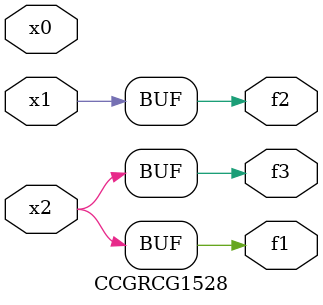
<source format=v>
module CCGRCG1528(
	input x0, x1, x2,
	output f1, f2, f3
);
	assign f1 = x2;
	assign f2 = x1;
	assign f3 = x2;
endmodule

</source>
